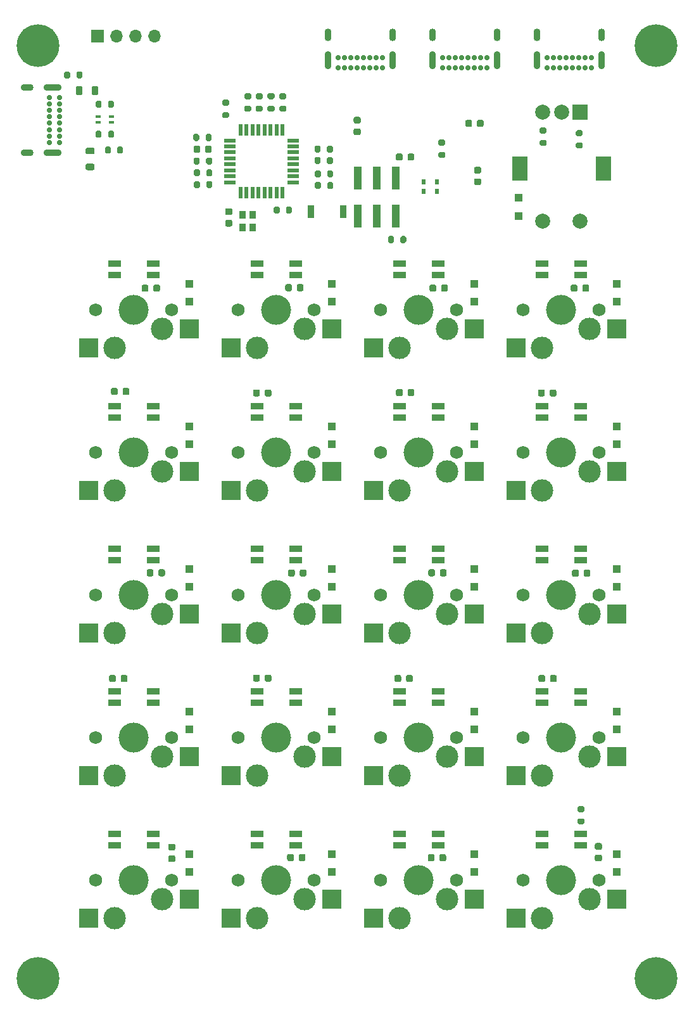
<source format=gbr>
%TF.GenerationSoftware,KiCad,Pcbnew,(5.1.8)-1*%
%TF.CreationDate,2021-08-19T19:14:59+10:00*%
%TF.ProjectId,Macropad,4d616372-6f70-4616-942e-6b696361645f,rev?*%
%TF.SameCoordinates,Original*%
%TF.FileFunction,Soldermask,Bot*%
%TF.FilePolarity,Negative*%
%FSLAX46Y46*%
G04 Gerber Fmt 4.6, Leading zero omitted, Abs format (unit mm)*
G04 Created by KiCad (PCBNEW (5.1.8)-1) date 2021-08-19 19:14:59*
%MOMM*%
%LPD*%
G01*
G04 APERTURE LIST*
%ADD10R,0.900000X1.700000*%
%ADD11R,1.800000X0.820000*%
%ADD12O,0.900000X1.700000*%
%ADD13O,0.900000X2.400000*%
%ADD14C,0.700000*%
%ADD15C,4.000000*%
%ADD16C,1.750000*%
%ADD17C,3.000000*%
%ADD18R,2.550000X2.500000*%
%ADD19R,1.000000X3.150000*%
%ADD20R,1.500000X0.550000*%
%ADD21R,0.550000X1.500000*%
%ADD22R,0.850000X1.000000*%
%ADD23R,0.750000X0.450000*%
%ADD24O,1.700000X0.900000*%
%ADD25O,2.400000X0.900000*%
%ADD26R,1.000000X1.000000*%
%ADD27R,0.600000X0.800000*%
%ADD28C,2.000000*%
%ADD29R,2.000000X3.200000*%
%ADD30R,2.000000X2.000000*%
%ADD31O,1.700000X1.700000*%
%ADD32R,1.700000X1.700000*%
%ADD33C,5.700000*%
G04 APERTURE END LIST*
D10*
%TO.C,SW22*%
X87668100Y-84858860D03*
X83350100Y-84848700D03*
%TD*%
D11*
%TO.C,D54*%
X114240000Y-93333000D03*
X114240000Y-91833000D03*
X119440000Y-91833000D03*
X119440000Y-93333000D03*
%TD*%
%TO.C,D53*%
X95190000Y-93333000D03*
X95190000Y-91833000D03*
X100390000Y-91833000D03*
X100390000Y-93333000D03*
%TD*%
%TO.C,D52*%
X76140000Y-93333000D03*
X76140000Y-91833000D03*
X81340000Y-91833000D03*
X81340000Y-93333000D03*
%TD*%
%TO.C,D51*%
X57090000Y-93333000D03*
X57090000Y-91833000D03*
X62290000Y-91833000D03*
X62290000Y-93333000D03*
%TD*%
%TO.C,D46*%
X114240000Y-169533000D03*
X114240000Y-168033000D03*
X119440000Y-168033000D03*
X119440000Y-169533000D03*
%TD*%
%TO.C,D45*%
X114240000Y-131433000D03*
X114240000Y-129933000D03*
X119440000Y-129933000D03*
X119440000Y-131433000D03*
%TD*%
%TO.C,D44*%
X119440000Y-148983000D03*
X119440000Y-150483000D03*
X114240000Y-150483000D03*
X114240000Y-148983000D03*
%TD*%
%TO.C,D43*%
X119440000Y-110883000D03*
X119440000Y-112383000D03*
X114240000Y-112383000D03*
X114240000Y-110883000D03*
%TD*%
%TO.C,D40*%
X95190000Y-169533000D03*
X95190000Y-168033000D03*
X100390000Y-168033000D03*
X100390000Y-169533000D03*
%TD*%
%TO.C,D39*%
X95190000Y-131433000D03*
X95190000Y-129933000D03*
X100390000Y-129933000D03*
X100390000Y-131433000D03*
%TD*%
%TO.C,D38*%
X100390000Y-148983000D03*
X100390000Y-150483000D03*
X95190000Y-150483000D03*
X95190000Y-148983000D03*
%TD*%
%TO.C,D37*%
X100390000Y-110883000D03*
X100390000Y-112383000D03*
X95190000Y-112383000D03*
X95190000Y-110883000D03*
%TD*%
%TO.C,D34*%
X76140000Y-169533000D03*
X76140000Y-168033000D03*
X81340000Y-168033000D03*
X81340000Y-169533000D03*
%TD*%
%TO.C,D33*%
X76140000Y-131433000D03*
X76140000Y-129933000D03*
X81340000Y-129933000D03*
X81340000Y-131433000D03*
%TD*%
%TO.C,D32*%
X81340000Y-148983000D03*
X81340000Y-150483000D03*
X76140000Y-150483000D03*
X76140000Y-148983000D03*
%TD*%
%TO.C,D31*%
X81340000Y-110883000D03*
X81340000Y-112383000D03*
X76140000Y-112383000D03*
X76140000Y-110883000D03*
%TD*%
%TO.C,D28*%
X57090000Y-169533000D03*
X57090000Y-168033000D03*
X62290000Y-168033000D03*
X62290000Y-169533000D03*
%TD*%
%TO.C,D27*%
X57090000Y-131433000D03*
X57090000Y-129933000D03*
X62290000Y-129933000D03*
X62290000Y-131433000D03*
%TD*%
%TO.C,D26*%
X62290000Y-148983000D03*
X62290000Y-150483000D03*
X57090000Y-150483000D03*
X57090000Y-148983000D03*
%TD*%
%TO.C,D25*%
X62290000Y-110883000D03*
X62290000Y-112383000D03*
X57090000Y-112383000D03*
X57090000Y-110883000D03*
%TD*%
D12*
%TO.C,J5*%
X99595900Y-61299000D03*
X108245900Y-61299000D03*
D13*
X99595900Y-64679000D03*
X108245900Y-64679000D03*
D14*
X103495900Y-64309000D03*
X100945900Y-64309000D03*
X101795900Y-64309000D03*
X102645900Y-64309000D03*
X106895900Y-64309000D03*
X105195900Y-64309000D03*
X104345900Y-64309000D03*
X106045900Y-64309000D03*
X100945900Y-65659000D03*
X101795900Y-65659000D03*
X102645900Y-65659000D03*
X103495900Y-65659000D03*
X104345900Y-65659000D03*
X105195900Y-65659000D03*
X106045900Y-65659000D03*
X106895900Y-65659000D03*
%TD*%
%TO.C,C20*%
G36*
G01*
X63201000Y-94873000D02*
X63201000Y-95373000D01*
G75*
G02*
X62976000Y-95598000I-225000J0D01*
G01*
X62526000Y-95598000D01*
G75*
G02*
X62301000Y-95373000I0J225000D01*
G01*
X62301000Y-94873000D01*
G75*
G02*
X62526000Y-94648000I225000J0D01*
G01*
X62976000Y-94648000D01*
G75*
G02*
X63201000Y-94873000I0J-225000D01*
G01*
G37*
G36*
G01*
X61651000Y-94873000D02*
X61651000Y-95373000D01*
G75*
G02*
X61426000Y-95598000I-225000J0D01*
G01*
X60976000Y-95598000D01*
G75*
G02*
X60751000Y-95373000I0J225000D01*
G01*
X60751000Y-94873000D01*
G75*
G02*
X60976000Y-94648000I225000J0D01*
G01*
X61426000Y-94648000D01*
G75*
G02*
X61651000Y-94873000I0J-225000D01*
G01*
G37*
%TD*%
%TO.C,FB3*%
G36*
G01*
X52825000Y-68325750D02*
X52825000Y-69088250D01*
G75*
G02*
X52606250Y-69307000I-218750J0D01*
G01*
X52168750Y-69307000D01*
G75*
G02*
X51950000Y-69088250I0J218750D01*
G01*
X51950000Y-68325750D01*
G75*
G02*
X52168750Y-68107000I218750J0D01*
G01*
X52606250Y-68107000D01*
G75*
G02*
X52825000Y-68325750I0J-218750D01*
G01*
G37*
G36*
G01*
X54950000Y-68325750D02*
X54950000Y-69088250D01*
G75*
G02*
X54731250Y-69307000I-218750J0D01*
G01*
X54293750Y-69307000D01*
G75*
G02*
X54075000Y-69088250I0J218750D01*
G01*
X54075000Y-68325750D01*
G75*
G02*
X54293750Y-68107000I218750J0D01*
G01*
X54731250Y-68107000D01*
G75*
G02*
X54950000Y-68325750I0J-218750D01*
G01*
G37*
%TD*%
D15*
%TO.C,SW12*%
X97790000Y-117094000D03*
D16*
X102870000Y-117094000D03*
X92710000Y-117094000D03*
D17*
X101600000Y-119634000D03*
X95250000Y-122174000D03*
D18*
X105200000Y-119634000D03*
X91775000Y-122174000D03*
%TD*%
D15*
%TO.C,SW7*%
X78740000Y-117094000D03*
D16*
X83820000Y-117094000D03*
X73660000Y-117094000D03*
D17*
X82550000Y-119634000D03*
X76200000Y-122174000D03*
D18*
X86150000Y-119634000D03*
X72725000Y-122174000D03*
%TD*%
D15*
%TO.C,SW17*%
X116840000Y-117094000D03*
D16*
X121920000Y-117094000D03*
X111760000Y-117094000D03*
D17*
X120650000Y-119634000D03*
X114300000Y-122174000D03*
D18*
X124250000Y-119634000D03*
X110825000Y-122174000D03*
%TD*%
D15*
%TO.C,SW2*%
X59690000Y-117094000D03*
D16*
X64770000Y-117094000D03*
X54610000Y-117094000D03*
D17*
X63500000Y-119634000D03*
X57150000Y-122174000D03*
D18*
X67100000Y-119634000D03*
X53675000Y-122174000D03*
%TD*%
D15*
%TO.C,SW16*%
X116840000Y-98044000D03*
D16*
X121920000Y-98044000D03*
X111760000Y-98044000D03*
D17*
X120650000Y-100584000D03*
X114300000Y-103124000D03*
D18*
X124250000Y-100584000D03*
X110825000Y-103124000D03*
%TD*%
D15*
%TO.C,SW18*%
X116840000Y-136144000D03*
D16*
X121920000Y-136144000D03*
X111760000Y-136144000D03*
D17*
X120650000Y-138684000D03*
X114300000Y-141224000D03*
D18*
X124250000Y-138684000D03*
X110825000Y-141224000D03*
%TD*%
D15*
%TO.C,SW8*%
X78740000Y-136144000D03*
D16*
X83820000Y-136144000D03*
X73660000Y-136144000D03*
D17*
X82550000Y-138684000D03*
X76200000Y-141224000D03*
D18*
X86150000Y-138684000D03*
X72725000Y-141224000D03*
%TD*%
D15*
%TO.C,SW11*%
X97790000Y-98044000D03*
D16*
X102870000Y-98044000D03*
X92710000Y-98044000D03*
D17*
X101600000Y-100584000D03*
X95250000Y-103124000D03*
D18*
X105200000Y-100584000D03*
X91775000Y-103124000D03*
%TD*%
D15*
%TO.C,SW6*%
X78740000Y-98044000D03*
D16*
X83820000Y-98044000D03*
X73660000Y-98044000D03*
D17*
X82550000Y-100584000D03*
X76200000Y-103124000D03*
D18*
X86150000Y-100584000D03*
X72725000Y-103124000D03*
%TD*%
D15*
%TO.C,SW13*%
X97790000Y-136144000D03*
D16*
X102870000Y-136144000D03*
X92710000Y-136144000D03*
D17*
X101600000Y-138684000D03*
X95250000Y-141224000D03*
D18*
X105200000Y-138684000D03*
X91775000Y-141224000D03*
%TD*%
D15*
%TO.C,SW3*%
X59690000Y-136144000D03*
D16*
X64770000Y-136144000D03*
X54610000Y-136144000D03*
D17*
X63500000Y-138684000D03*
X57150000Y-141224000D03*
D18*
X67100000Y-138684000D03*
X53675000Y-141224000D03*
%TD*%
D15*
%TO.C,SW1*%
X59690000Y-98044000D03*
D16*
X64770000Y-98044000D03*
X54610000Y-98044000D03*
D17*
X63500000Y-100584000D03*
X57150000Y-103124000D03*
D18*
X67100000Y-100584000D03*
X53675000Y-103124000D03*
%TD*%
D19*
%TO.C,J3*%
X89662000Y-80421000D03*
X89662000Y-85471000D03*
X92202000Y-80421000D03*
X92202000Y-85471000D03*
X94742000Y-80421000D03*
X94742000Y-85471000D03*
%TD*%
D20*
%TO.C,U4*%
X72571500Y-80968500D03*
X72571500Y-80168500D03*
X72571500Y-79368500D03*
X72571500Y-78568500D03*
X72571500Y-77768500D03*
X72571500Y-76968500D03*
X72571500Y-76168500D03*
X72571500Y-75368500D03*
D21*
X73971500Y-73968500D03*
X74771500Y-73968500D03*
X75571500Y-73968500D03*
X76371500Y-73968500D03*
X77171500Y-73968500D03*
X77971500Y-73968500D03*
X78771500Y-73968500D03*
X79571500Y-73968500D03*
D20*
X80971500Y-75368500D03*
X80971500Y-76168500D03*
X80971500Y-76968500D03*
X80971500Y-77768500D03*
X80971500Y-78568500D03*
X80971500Y-79368500D03*
X80971500Y-80168500D03*
X80971500Y-80968500D03*
D21*
X79571500Y-82368500D03*
X78771500Y-82368500D03*
X77971500Y-82368500D03*
X77171500Y-82368500D03*
X76371500Y-82368500D03*
X75571500Y-82368500D03*
X74771500Y-82368500D03*
X73971500Y-82368500D03*
%TD*%
%TO.C,R1*%
G36*
G01*
X68510600Y-77855400D02*
X68510600Y-78405400D01*
G75*
G02*
X68310600Y-78605400I-200000J0D01*
G01*
X67910600Y-78605400D01*
G75*
G02*
X67710600Y-78405400I0J200000D01*
G01*
X67710600Y-77855400D01*
G75*
G02*
X67910600Y-77655400I200000J0D01*
G01*
X68310600Y-77655400D01*
G75*
G02*
X68510600Y-77855400I0J-200000D01*
G01*
G37*
G36*
G01*
X70160600Y-77855400D02*
X70160600Y-78405400D01*
G75*
G02*
X69960600Y-78605400I-200000J0D01*
G01*
X69560600Y-78605400D01*
G75*
G02*
X69360600Y-78405400I0J200000D01*
G01*
X69360600Y-77855400D01*
G75*
G02*
X69560600Y-77655400I200000J0D01*
G01*
X69960600Y-77655400D01*
G75*
G02*
X70160600Y-77855400I0J-200000D01*
G01*
G37*
%TD*%
%TO.C,C44*%
G36*
G01*
X69222800Y-76805600D02*
X69222800Y-76305600D01*
G75*
G02*
X69447800Y-76080600I225000J0D01*
G01*
X69897800Y-76080600D01*
G75*
G02*
X70122800Y-76305600I0J-225000D01*
G01*
X70122800Y-76805600D01*
G75*
G02*
X69897800Y-77030600I-225000J0D01*
G01*
X69447800Y-77030600D01*
G75*
G02*
X69222800Y-76805600I0J225000D01*
G01*
G37*
G36*
G01*
X67672800Y-76805600D02*
X67672800Y-76305600D01*
G75*
G02*
X67897800Y-76080600I225000J0D01*
G01*
X68347800Y-76080600D01*
G75*
G02*
X68572800Y-76305600I0J-225000D01*
G01*
X68572800Y-76805600D01*
G75*
G02*
X68347800Y-77030600I-225000J0D01*
G01*
X67897800Y-77030600D01*
G75*
G02*
X67672800Y-76805600I0J225000D01*
G01*
G37*
%TD*%
%TO.C,C43*%
G36*
G01*
X99903400Y-170971400D02*
X99903400Y-171471400D01*
G75*
G02*
X99678400Y-171696400I-225000J0D01*
G01*
X99228400Y-171696400D01*
G75*
G02*
X99003400Y-171471400I0J225000D01*
G01*
X99003400Y-170971400D01*
G75*
G02*
X99228400Y-170746400I225000J0D01*
G01*
X99678400Y-170746400D01*
G75*
G02*
X99903400Y-170971400I0J-225000D01*
G01*
G37*
G36*
G01*
X101453400Y-170971400D02*
X101453400Y-171471400D01*
G75*
G02*
X101228400Y-171696400I-225000J0D01*
G01*
X100778400Y-171696400D01*
G75*
G02*
X100553400Y-171471400I0J225000D01*
G01*
X100553400Y-170971400D01*
G75*
G02*
X100778400Y-170746400I225000J0D01*
G01*
X101228400Y-170746400D01*
G75*
G02*
X101453400Y-170971400I0J-225000D01*
G01*
G37*
%TD*%
%TO.C,C42*%
G36*
G01*
X81094400Y-170946000D02*
X81094400Y-171446000D01*
G75*
G02*
X80869400Y-171671000I-225000J0D01*
G01*
X80419400Y-171671000D01*
G75*
G02*
X80194400Y-171446000I0J225000D01*
G01*
X80194400Y-170946000D01*
G75*
G02*
X80419400Y-170721000I225000J0D01*
G01*
X80869400Y-170721000D01*
G75*
G02*
X81094400Y-170946000I0J-225000D01*
G01*
G37*
G36*
G01*
X82644400Y-170946000D02*
X82644400Y-171446000D01*
G75*
G02*
X82419400Y-171671000I-225000J0D01*
G01*
X81969400Y-171671000D01*
G75*
G02*
X81744400Y-171446000I0J225000D01*
G01*
X81744400Y-170946000D01*
G75*
G02*
X81969400Y-170721000I225000J0D01*
G01*
X82419400Y-170721000D01*
G75*
G02*
X82644400Y-170946000I0J-225000D01*
G01*
G37*
%TD*%
%TO.C,C41*%
G36*
G01*
X121568400Y-170809800D02*
X122068400Y-170809800D01*
G75*
G02*
X122293400Y-171034800I0J-225000D01*
G01*
X122293400Y-171484800D01*
G75*
G02*
X122068400Y-171709800I-225000J0D01*
G01*
X121568400Y-171709800D01*
G75*
G02*
X121343400Y-171484800I0J225000D01*
G01*
X121343400Y-171034800D01*
G75*
G02*
X121568400Y-170809800I225000J0D01*
G01*
G37*
G36*
G01*
X121568400Y-169259800D02*
X122068400Y-169259800D01*
G75*
G02*
X122293400Y-169484800I0J-225000D01*
G01*
X122293400Y-169934800D01*
G75*
G02*
X122068400Y-170159800I-225000J0D01*
G01*
X121568400Y-170159800D01*
G75*
G02*
X121343400Y-169934800I0J225000D01*
G01*
X121343400Y-169484800D01*
G75*
G02*
X121568400Y-169259800I225000J0D01*
G01*
G37*
%TD*%
%TO.C,C40*%
G36*
G01*
X64520000Y-170899000D02*
X65020000Y-170899000D01*
G75*
G02*
X65245000Y-171124000I0J-225000D01*
G01*
X65245000Y-171574000D01*
G75*
G02*
X65020000Y-171799000I-225000J0D01*
G01*
X64520000Y-171799000D01*
G75*
G02*
X64295000Y-171574000I0J225000D01*
G01*
X64295000Y-171124000D01*
G75*
G02*
X64520000Y-170899000I225000J0D01*
G01*
G37*
G36*
G01*
X64520000Y-169349000D02*
X65020000Y-169349000D01*
G75*
G02*
X65245000Y-169574000I0J-225000D01*
G01*
X65245000Y-170024000D01*
G75*
G02*
X65020000Y-170249000I-225000J0D01*
G01*
X64520000Y-170249000D01*
G75*
G02*
X64295000Y-170024000I0J225000D01*
G01*
X64295000Y-169574000D01*
G75*
G02*
X64520000Y-169349000I225000J0D01*
G01*
G37*
%TD*%
D22*
%TO.C,X2*%
X75565000Y-86980500D03*
X75565000Y-85280500D03*
X74215000Y-85280500D03*
X74215000Y-86980500D03*
%TD*%
%TO.C,R29*%
G36*
G01*
X84692440Y-79562280D02*
X84692440Y-80112280D01*
G75*
G02*
X84492440Y-80312280I-200000J0D01*
G01*
X84092440Y-80312280D01*
G75*
G02*
X83892440Y-80112280I0J200000D01*
G01*
X83892440Y-79562280D01*
G75*
G02*
X84092440Y-79362280I200000J0D01*
G01*
X84492440Y-79362280D01*
G75*
G02*
X84692440Y-79562280I0J-200000D01*
G01*
G37*
G36*
G01*
X86342440Y-79562280D02*
X86342440Y-80112280D01*
G75*
G02*
X86142440Y-80312280I-200000J0D01*
G01*
X85742440Y-80312280D01*
G75*
G02*
X85542440Y-80112280I0J200000D01*
G01*
X85542440Y-79562280D01*
G75*
G02*
X85742440Y-79362280I200000J0D01*
G01*
X86142440Y-79362280D01*
G75*
G02*
X86342440Y-79562280I0J-200000D01*
G01*
G37*
%TD*%
%TO.C,R28*%
G36*
G01*
X86342440Y-81121840D02*
X86342440Y-81671840D01*
G75*
G02*
X86142440Y-81871840I-200000J0D01*
G01*
X85742440Y-81871840D01*
G75*
G02*
X85542440Y-81671840I0J200000D01*
G01*
X85542440Y-81121840D01*
G75*
G02*
X85742440Y-80921840I200000J0D01*
G01*
X86142440Y-80921840D01*
G75*
G02*
X86342440Y-81121840I0J-200000D01*
G01*
G37*
G36*
G01*
X84692440Y-81121840D02*
X84692440Y-81671840D01*
G75*
G02*
X84492440Y-81871840I-200000J0D01*
G01*
X84092440Y-81871840D01*
G75*
G02*
X83892440Y-81671840I0J200000D01*
G01*
X83892440Y-81121840D01*
G75*
G02*
X84092440Y-80921840I200000J0D01*
G01*
X84492440Y-80921840D01*
G75*
G02*
X84692440Y-81121840I0J-200000D01*
G01*
G37*
%TD*%
%TO.C,R27*%
G36*
G01*
X84664500Y-76242500D02*
X84664500Y-76792500D01*
G75*
G02*
X84464500Y-76992500I-200000J0D01*
G01*
X84064500Y-76992500D01*
G75*
G02*
X83864500Y-76792500I0J200000D01*
G01*
X83864500Y-76242500D01*
G75*
G02*
X84064500Y-76042500I200000J0D01*
G01*
X84464500Y-76042500D01*
G75*
G02*
X84664500Y-76242500I0J-200000D01*
G01*
G37*
G36*
G01*
X86314500Y-76242500D02*
X86314500Y-76792500D01*
G75*
G02*
X86114500Y-76992500I-200000J0D01*
G01*
X85714500Y-76992500D01*
G75*
G02*
X85514500Y-76792500I0J200000D01*
G01*
X85514500Y-76242500D01*
G75*
G02*
X85714500Y-76042500I200000J0D01*
G01*
X86114500Y-76042500D01*
G75*
G02*
X86314500Y-76242500I0J-200000D01*
G01*
G37*
%TD*%
%TO.C,R26*%
G36*
G01*
X84664500Y-77766500D02*
X84664500Y-78316500D01*
G75*
G02*
X84464500Y-78516500I-200000J0D01*
G01*
X84064500Y-78516500D01*
G75*
G02*
X83864500Y-78316500I0J200000D01*
G01*
X83864500Y-77766500D01*
G75*
G02*
X84064500Y-77566500I200000J0D01*
G01*
X84464500Y-77566500D01*
G75*
G02*
X84664500Y-77766500I0J-200000D01*
G01*
G37*
G36*
G01*
X86314500Y-77766500D02*
X86314500Y-78316500D01*
G75*
G02*
X86114500Y-78516500I-200000J0D01*
G01*
X85714500Y-78516500D01*
G75*
G02*
X85514500Y-78316500I0J200000D01*
G01*
X85514500Y-77766500D01*
G75*
G02*
X85714500Y-77566500I200000J0D01*
G01*
X86114500Y-77566500D01*
G75*
G02*
X86314500Y-77766500I0J-200000D01*
G01*
G37*
%TD*%
%TO.C,R25*%
G36*
G01*
X77766500Y-70719000D02*
X78316500Y-70719000D01*
G75*
G02*
X78516500Y-70919000I0J-200000D01*
G01*
X78516500Y-71319000D01*
G75*
G02*
X78316500Y-71519000I-200000J0D01*
G01*
X77766500Y-71519000D01*
G75*
G02*
X77566500Y-71319000I0J200000D01*
G01*
X77566500Y-70919000D01*
G75*
G02*
X77766500Y-70719000I200000J0D01*
G01*
G37*
G36*
G01*
X77766500Y-69069000D02*
X78316500Y-69069000D01*
G75*
G02*
X78516500Y-69269000I0J-200000D01*
G01*
X78516500Y-69669000D01*
G75*
G02*
X78316500Y-69869000I-200000J0D01*
G01*
X77766500Y-69869000D01*
G75*
G02*
X77566500Y-69669000I0J200000D01*
G01*
X77566500Y-69269000D01*
G75*
G02*
X77766500Y-69069000I200000J0D01*
G01*
G37*
%TD*%
%TO.C,R24*%
G36*
G01*
X79354000Y-70719000D02*
X79904000Y-70719000D01*
G75*
G02*
X80104000Y-70919000I0J-200000D01*
G01*
X80104000Y-71319000D01*
G75*
G02*
X79904000Y-71519000I-200000J0D01*
G01*
X79354000Y-71519000D01*
G75*
G02*
X79154000Y-71319000I0J200000D01*
G01*
X79154000Y-70919000D01*
G75*
G02*
X79354000Y-70719000I200000J0D01*
G01*
G37*
G36*
G01*
X79354000Y-69069000D02*
X79904000Y-69069000D01*
G75*
G02*
X80104000Y-69269000I0J-200000D01*
G01*
X80104000Y-69669000D01*
G75*
G02*
X79904000Y-69869000I-200000J0D01*
G01*
X79354000Y-69869000D01*
G75*
G02*
X79154000Y-69669000I0J200000D01*
G01*
X79154000Y-69269000D01*
G75*
G02*
X79354000Y-69069000I200000J0D01*
G01*
G37*
%TD*%
%TO.C,R23*%
G36*
G01*
X74655000Y-70719000D02*
X75205000Y-70719000D01*
G75*
G02*
X75405000Y-70919000I0J-200000D01*
G01*
X75405000Y-71319000D01*
G75*
G02*
X75205000Y-71519000I-200000J0D01*
G01*
X74655000Y-71519000D01*
G75*
G02*
X74455000Y-71319000I0J200000D01*
G01*
X74455000Y-70919000D01*
G75*
G02*
X74655000Y-70719000I200000J0D01*
G01*
G37*
G36*
G01*
X74655000Y-69069000D02*
X75205000Y-69069000D01*
G75*
G02*
X75405000Y-69269000I0J-200000D01*
G01*
X75405000Y-69669000D01*
G75*
G02*
X75205000Y-69869000I-200000J0D01*
G01*
X74655000Y-69869000D01*
G75*
G02*
X74455000Y-69669000I0J200000D01*
G01*
X74455000Y-69269000D01*
G75*
G02*
X74655000Y-69069000I200000J0D01*
G01*
G37*
%TD*%
%TO.C,R22*%
G36*
G01*
X76179000Y-70719000D02*
X76729000Y-70719000D01*
G75*
G02*
X76929000Y-70919000I0J-200000D01*
G01*
X76929000Y-71319000D01*
G75*
G02*
X76729000Y-71519000I-200000J0D01*
G01*
X76179000Y-71519000D01*
G75*
G02*
X75979000Y-71319000I0J200000D01*
G01*
X75979000Y-70919000D01*
G75*
G02*
X76179000Y-70719000I200000J0D01*
G01*
G37*
G36*
G01*
X76179000Y-69069000D02*
X76729000Y-69069000D01*
G75*
G02*
X76929000Y-69269000I0J-200000D01*
G01*
X76929000Y-69669000D01*
G75*
G02*
X76729000Y-69869000I-200000J0D01*
G01*
X76179000Y-69869000D01*
G75*
G02*
X75979000Y-69669000I0J200000D01*
G01*
X75979000Y-69269000D01*
G75*
G02*
X76179000Y-69069000I200000J0D01*
G01*
G37*
%TD*%
%TO.C,R13*%
G36*
G01*
X114702000Y-74466400D02*
X114152000Y-74466400D01*
G75*
G02*
X113952000Y-74266400I0J200000D01*
G01*
X113952000Y-73866400D01*
G75*
G02*
X114152000Y-73666400I200000J0D01*
G01*
X114702000Y-73666400D01*
G75*
G02*
X114902000Y-73866400I0J-200000D01*
G01*
X114902000Y-74266400D01*
G75*
G02*
X114702000Y-74466400I-200000J0D01*
G01*
G37*
G36*
G01*
X114702000Y-76116400D02*
X114152000Y-76116400D01*
G75*
G02*
X113952000Y-75916400I0J200000D01*
G01*
X113952000Y-75516400D01*
G75*
G02*
X114152000Y-75316400I200000J0D01*
G01*
X114702000Y-75316400D01*
G75*
G02*
X114902000Y-75516400I0J-200000D01*
G01*
X114902000Y-75916400D01*
G75*
G02*
X114702000Y-76116400I-200000J0D01*
G01*
G37*
%TD*%
%TO.C,R11*%
G36*
G01*
X72258600Y-70733600D02*
X71708600Y-70733600D01*
G75*
G02*
X71508600Y-70533600I0J200000D01*
G01*
X71508600Y-70133600D01*
G75*
G02*
X71708600Y-69933600I200000J0D01*
G01*
X72258600Y-69933600D01*
G75*
G02*
X72458600Y-70133600I0J-200000D01*
G01*
X72458600Y-70533600D01*
G75*
G02*
X72258600Y-70733600I-200000J0D01*
G01*
G37*
G36*
G01*
X72258600Y-72383600D02*
X71708600Y-72383600D01*
G75*
G02*
X71508600Y-72183600I0J200000D01*
G01*
X71508600Y-71783600D01*
G75*
G02*
X71708600Y-71583600I200000J0D01*
G01*
X72258600Y-71583600D01*
G75*
G02*
X72458600Y-71783600I0J-200000D01*
G01*
X72458600Y-72183600D01*
G75*
G02*
X72258600Y-72383600I-200000J0D01*
G01*
G37*
%TD*%
%TO.C,R10*%
G36*
G01*
X69297600Y-75255800D02*
X69297600Y-74705800D01*
G75*
G02*
X69497600Y-74505800I200000J0D01*
G01*
X69897600Y-74505800D01*
G75*
G02*
X70097600Y-74705800I0J-200000D01*
G01*
X70097600Y-75255800D01*
G75*
G02*
X69897600Y-75455800I-200000J0D01*
G01*
X69497600Y-75455800D01*
G75*
G02*
X69297600Y-75255800I0J200000D01*
G01*
G37*
G36*
G01*
X67647600Y-75255800D02*
X67647600Y-74705800D01*
G75*
G02*
X67847600Y-74505800I200000J0D01*
G01*
X68247600Y-74505800D01*
G75*
G02*
X68447600Y-74705800I0J-200000D01*
G01*
X68447600Y-75255800D01*
G75*
G02*
X68247600Y-75455800I-200000J0D01*
G01*
X67847600Y-75455800D01*
G75*
G02*
X67647600Y-75255800I0J200000D01*
G01*
G37*
%TD*%
%TO.C,R9*%
G36*
G01*
X80040800Y-84958600D02*
X80040800Y-84408600D01*
G75*
G02*
X80240800Y-84208600I200000J0D01*
G01*
X80640800Y-84208600D01*
G75*
G02*
X80840800Y-84408600I0J-200000D01*
G01*
X80840800Y-84958600D01*
G75*
G02*
X80640800Y-85158600I-200000J0D01*
G01*
X80240800Y-85158600D01*
G75*
G02*
X80040800Y-84958600I0J200000D01*
G01*
G37*
G36*
G01*
X78390800Y-84958600D02*
X78390800Y-84408600D01*
G75*
G02*
X78590800Y-84208600I200000J0D01*
G01*
X78990800Y-84208600D01*
G75*
G02*
X79190800Y-84408600I0J-200000D01*
G01*
X79190800Y-84958600D01*
G75*
G02*
X78990800Y-85158600I-200000J0D01*
G01*
X78590800Y-85158600D01*
G75*
G02*
X78390800Y-84958600I0J200000D01*
G01*
G37*
%TD*%
%TO.C,R8*%
G36*
G01*
X68535500Y-81005000D02*
X68535500Y-81555000D01*
G75*
G02*
X68335500Y-81755000I-200000J0D01*
G01*
X67935500Y-81755000D01*
G75*
G02*
X67735500Y-81555000I0J200000D01*
G01*
X67735500Y-81005000D01*
G75*
G02*
X67935500Y-80805000I200000J0D01*
G01*
X68335500Y-80805000D01*
G75*
G02*
X68535500Y-81005000I0J-200000D01*
G01*
G37*
G36*
G01*
X70185500Y-81005000D02*
X70185500Y-81555000D01*
G75*
G02*
X69985500Y-81755000I-200000J0D01*
G01*
X69585500Y-81755000D01*
G75*
G02*
X69385500Y-81555000I0J200000D01*
G01*
X69385500Y-81005000D01*
G75*
G02*
X69585500Y-80805000I200000J0D01*
G01*
X69985500Y-80805000D01*
G75*
G02*
X70185500Y-81005000I0J-200000D01*
G01*
G37*
%TD*%
%TO.C,R7*%
G36*
G01*
X68536500Y-79417500D02*
X68536500Y-79967500D01*
G75*
G02*
X68336500Y-80167500I-200000J0D01*
G01*
X67936500Y-80167500D01*
G75*
G02*
X67736500Y-79967500I0J200000D01*
G01*
X67736500Y-79417500D01*
G75*
G02*
X67936500Y-79217500I200000J0D01*
G01*
X68336500Y-79217500D01*
G75*
G02*
X68536500Y-79417500I0J-200000D01*
G01*
G37*
G36*
G01*
X70186500Y-79417500D02*
X70186500Y-79967500D01*
G75*
G02*
X69986500Y-80167500I-200000J0D01*
G01*
X69586500Y-80167500D01*
G75*
G02*
X69386500Y-79967500I0J200000D01*
G01*
X69386500Y-79417500D01*
G75*
G02*
X69586500Y-79217500I200000J0D01*
G01*
X69986500Y-79217500D01*
G75*
G02*
X70186500Y-79417500I0J-200000D01*
G01*
G37*
%TD*%
%TO.C,R6*%
G36*
G01*
X55391500Y-74274000D02*
X55391500Y-74824000D01*
G75*
G02*
X55191500Y-75024000I-200000J0D01*
G01*
X54791500Y-75024000D01*
G75*
G02*
X54591500Y-74824000I0J200000D01*
G01*
X54591500Y-74274000D01*
G75*
G02*
X54791500Y-74074000I200000J0D01*
G01*
X55191500Y-74074000D01*
G75*
G02*
X55391500Y-74274000I0J-200000D01*
G01*
G37*
G36*
G01*
X57041500Y-74274000D02*
X57041500Y-74824000D01*
G75*
G02*
X56841500Y-75024000I-200000J0D01*
G01*
X56441500Y-75024000D01*
G75*
G02*
X56241500Y-74824000I0J200000D01*
G01*
X56241500Y-74274000D01*
G75*
G02*
X56441500Y-74074000I200000J0D01*
G01*
X56841500Y-74074000D01*
G75*
G02*
X57041500Y-74274000I0J-200000D01*
G01*
G37*
%TD*%
%TO.C,R5*%
G36*
G01*
X55391000Y-70273500D02*
X55391000Y-70823500D01*
G75*
G02*
X55191000Y-71023500I-200000J0D01*
G01*
X54791000Y-71023500D01*
G75*
G02*
X54591000Y-70823500I0J200000D01*
G01*
X54591000Y-70273500D01*
G75*
G02*
X54791000Y-70073500I200000J0D01*
G01*
X55191000Y-70073500D01*
G75*
G02*
X55391000Y-70273500I0J-200000D01*
G01*
G37*
G36*
G01*
X57041000Y-70273500D02*
X57041000Y-70823500D01*
G75*
G02*
X56841000Y-71023500I-200000J0D01*
G01*
X56441000Y-71023500D01*
G75*
G02*
X56241000Y-70823500I0J200000D01*
G01*
X56241000Y-70273500D01*
G75*
G02*
X56441000Y-70073500I200000J0D01*
G01*
X56841000Y-70073500D01*
G75*
G02*
X57041000Y-70273500I0J-200000D01*
G01*
G37*
%TD*%
%TO.C,R4*%
G36*
G01*
X56615280Y-76387280D02*
X56615280Y-76937280D01*
G75*
G02*
X56415280Y-77137280I-200000J0D01*
G01*
X56015280Y-77137280D01*
G75*
G02*
X55815280Y-76937280I0J200000D01*
G01*
X55815280Y-76387280D01*
G75*
G02*
X56015280Y-76187280I200000J0D01*
G01*
X56415280Y-76187280D01*
G75*
G02*
X56615280Y-76387280I0J-200000D01*
G01*
G37*
G36*
G01*
X58265280Y-76387280D02*
X58265280Y-76937280D01*
G75*
G02*
X58065280Y-77137280I-200000J0D01*
G01*
X57665280Y-77137280D01*
G75*
G02*
X57465280Y-76937280I0J200000D01*
G01*
X57465280Y-76387280D01*
G75*
G02*
X57665280Y-76187280I200000J0D01*
G01*
X58065280Y-76187280D01*
G75*
G02*
X58265280Y-76387280I0J-200000D01*
G01*
G37*
%TD*%
%TO.C,R3*%
G36*
G01*
X51161900Y-66349200D02*
X51161900Y-66899200D01*
G75*
G02*
X50961900Y-67099200I-200000J0D01*
G01*
X50561900Y-67099200D01*
G75*
G02*
X50361900Y-66899200I0J200000D01*
G01*
X50361900Y-66349200D01*
G75*
G02*
X50561900Y-66149200I200000J0D01*
G01*
X50961900Y-66149200D01*
G75*
G02*
X51161900Y-66349200I0J-200000D01*
G01*
G37*
G36*
G01*
X52811900Y-66349200D02*
X52811900Y-66899200D01*
G75*
G02*
X52611900Y-67099200I-200000J0D01*
G01*
X52211900Y-67099200D01*
G75*
G02*
X52011900Y-66899200I0J200000D01*
G01*
X52011900Y-66349200D01*
G75*
G02*
X52211900Y-66149200I200000J0D01*
G01*
X52611900Y-66149200D01*
G75*
G02*
X52811900Y-66349200I0J-200000D01*
G01*
G37*
%TD*%
D23*
%TO.C,L1*%
X54891500Y-72180500D03*
X54891500Y-72980500D03*
X56741500Y-72980500D03*
X56741500Y-72180500D03*
%TD*%
D12*
%TO.C,J6*%
X113565900Y-61299000D03*
X122215900Y-61299000D03*
D13*
X113565900Y-64679000D03*
X122215900Y-64679000D03*
D14*
X117465900Y-64309000D03*
X114915900Y-64309000D03*
X115765900Y-64309000D03*
X116615900Y-64309000D03*
X120865900Y-64309000D03*
X119165900Y-64309000D03*
X118315900Y-64309000D03*
X120015900Y-64309000D03*
X114915900Y-65659000D03*
X115765900Y-65659000D03*
X116615900Y-65659000D03*
X117465900Y-65659000D03*
X118315900Y-65659000D03*
X119165900Y-65659000D03*
X120015900Y-65659000D03*
X120865900Y-65659000D03*
%TD*%
D12*
%TO.C,J4*%
X85625900Y-61299000D03*
X94275900Y-61299000D03*
D13*
X85625900Y-64679000D03*
X94275900Y-64679000D03*
D14*
X89525900Y-64309000D03*
X86975900Y-64309000D03*
X87825900Y-64309000D03*
X88675900Y-64309000D03*
X92925900Y-64309000D03*
X91225900Y-64309000D03*
X90375900Y-64309000D03*
X92075900Y-64309000D03*
X86975900Y-65659000D03*
X87825900Y-65659000D03*
X88675900Y-65659000D03*
X89525900Y-65659000D03*
X90375900Y-65659000D03*
X91225900Y-65659000D03*
X92075900Y-65659000D03*
X92925900Y-65659000D03*
%TD*%
D24*
%TO.C,J1*%
X45424000Y-68328500D03*
X45424000Y-76978500D03*
D25*
X48804000Y-68328500D03*
X48804000Y-76978500D03*
D14*
X48434000Y-72228500D03*
X48434000Y-69678500D03*
X48434000Y-70528500D03*
X48434000Y-71378500D03*
X48434000Y-75628500D03*
X48434000Y-73928500D03*
X48434000Y-73078500D03*
X48434000Y-74778500D03*
X49784000Y-69678500D03*
X49784000Y-70528500D03*
X49784000Y-71378500D03*
X49784000Y-72228500D03*
X49784000Y-73078500D03*
X49784000Y-73928500D03*
X49784000Y-74778500D03*
X49784000Y-75628500D03*
%TD*%
%TO.C,FB1*%
G36*
G01*
X54216550Y-77221700D02*
X53454050Y-77221700D01*
G75*
G02*
X53235300Y-77002950I0J218750D01*
G01*
X53235300Y-76565450D01*
G75*
G02*
X53454050Y-76346700I218750J0D01*
G01*
X54216550Y-76346700D01*
G75*
G02*
X54435300Y-76565450I0J-218750D01*
G01*
X54435300Y-77002950D01*
G75*
G02*
X54216550Y-77221700I-218750J0D01*
G01*
G37*
G36*
G01*
X54216550Y-79346700D02*
X53454050Y-79346700D01*
G75*
G02*
X53235300Y-79127950I0J218750D01*
G01*
X53235300Y-78690450D01*
G75*
G02*
X53454050Y-78471700I218750J0D01*
G01*
X54216550Y-78471700D01*
G75*
G02*
X54435300Y-78690450I0J-218750D01*
G01*
X54435300Y-79127950D01*
G75*
G02*
X54216550Y-79346700I-218750J0D01*
G01*
G37*
%TD*%
D26*
%TO.C,D22*%
X111125000Y-83058000D03*
X111125000Y-85458000D03*
%TD*%
%TO.C,D21*%
X124240000Y-170744000D03*
X124240000Y-173144000D03*
%TD*%
%TO.C,D20*%
X124240000Y-151694000D03*
X124240000Y-154094000D03*
%TD*%
%TO.C,D19*%
X124240000Y-132644000D03*
X124240000Y-135044000D03*
%TD*%
%TO.C,D18*%
X124240000Y-113594000D03*
X124240000Y-115994000D03*
%TD*%
%TO.C,D17*%
X124240000Y-94544000D03*
X124240000Y-96944000D03*
%TD*%
%TO.C,D16*%
X105190000Y-170744000D03*
X105190000Y-173144000D03*
%TD*%
%TO.C,D15*%
X105190000Y-151694000D03*
X105190000Y-154094000D03*
%TD*%
%TO.C,D14*%
X105190000Y-132644000D03*
X105190000Y-135044000D03*
%TD*%
%TO.C,D13*%
X105190000Y-113594000D03*
X105190000Y-115994000D03*
%TD*%
%TO.C,D12*%
X105190000Y-94544000D03*
X105190000Y-96944000D03*
%TD*%
%TO.C,D11*%
X86140000Y-170744000D03*
X86140000Y-173144000D03*
%TD*%
%TO.C,D10*%
X86140000Y-151694000D03*
X86140000Y-154094000D03*
%TD*%
%TO.C,D9*%
X86140000Y-132644000D03*
X86140000Y-135044000D03*
%TD*%
%TO.C,D8*%
X86140000Y-113594000D03*
X86140000Y-115994000D03*
%TD*%
%TO.C,D7*%
X86140000Y-94544000D03*
X86140000Y-96944000D03*
%TD*%
%TO.C,D6*%
X67090000Y-170744000D03*
X67090000Y-173144000D03*
%TD*%
%TO.C,D5*%
X67090000Y-154094000D03*
X67090000Y-151694000D03*
%TD*%
%TO.C,D4*%
X67090000Y-132644000D03*
X67090000Y-135044000D03*
%TD*%
%TO.C,D3*%
X67090000Y-113594000D03*
X67090000Y-115994000D03*
%TD*%
%TO.C,D2*%
X67090000Y-94544000D03*
X67090000Y-96944000D03*
%TD*%
D27*
%TO.C,X1*%
X100235160Y-80939640D03*
X98435160Y-80939640D03*
X98435160Y-82139640D03*
X100235160Y-82139640D03*
%TD*%
D28*
%TO.C,SW21*%
X114380000Y-86128000D03*
X119380000Y-86128000D03*
D29*
X111280000Y-79128000D03*
X122480000Y-79128000D03*
D28*
X114380000Y-71628000D03*
X116880000Y-71628000D03*
D30*
X119380000Y-71628000D03*
%TD*%
D15*
%TO.C,SW20*%
X116840000Y-174244000D03*
D16*
X121920000Y-174244000D03*
X111760000Y-174244000D03*
D17*
X120650000Y-176784000D03*
X114300000Y-179324000D03*
D18*
X124250000Y-176784000D03*
X110825000Y-179324000D03*
%TD*%
D15*
%TO.C,SW19*%
X116840000Y-155194000D03*
D16*
X121920000Y-155194000D03*
X111760000Y-155194000D03*
D17*
X120650000Y-157734000D03*
X114300000Y-160274000D03*
D18*
X124250000Y-157734000D03*
X110825000Y-160274000D03*
%TD*%
D15*
%TO.C,SW15*%
X97790000Y-174244000D03*
D16*
X102870000Y-174244000D03*
X92710000Y-174244000D03*
D17*
X101600000Y-176784000D03*
X95250000Y-179324000D03*
D18*
X105200000Y-176784000D03*
X91775000Y-179324000D03*
%TD*%
D15*
%TO.C,SW14*%
X97790000Y-155194000D03*
D16*
X102870000Y-155194000D03*
X92710000Y-155194000D03*
D17*
X101600000Y-157734000D03*
X95250000Y-160274000D03*
D18*
X105200000Y-157734000D03*
X91775000Y-160274000D03*
%TD*%
D15*
%TO.C,SW10*%
X78740000Y-174244000D03*
D16*
X83820000Y-174244000D03*
X73660000Y-174244000D03*
D17*
X82550000Y-176784000D03*
X76200000Y-179324000D03*
D18*
X86150000Y-176784000D03*
X72725000Y-179324000D03*
%TD*%
D15*
%TO.C,SW9*%
X78740000Y-155194000D03*
D16*
X83820000Y-155194000D03*
X73660000Y-155194000D03*
D17*
X82550000Y-157734000D03*
X76200000Y-160274000D03*
D18*
X86150000Y-157734000D03*
X72725000Y-160274000D03*
%TD*%
D15*
%TO.C,SW5*%
X59690000Y-174244000D03*
D16*
X64770000Y-174244000D03*
X54610000Y-174244000D03*
D17*
X63500000Y-176784000D03*
X57150000Y-179324000D03*
D18*
X67100000Y-176784000D03*
X53675000Y-179324000D03*
%TD*%
%TO.C,SW4*%
X53675000Y-160274000D03*
X67100000Y-157734000D03*
D17*
X57150000Y-160274000D03*
X63500000Y-157734000D03*
D16*
X54610000Y-155194000D03*
X64770000Y-155194000D03*
D15*
X59690000Y-155194000D03*
%TD*%
%TO.C,R19*%
G36*
G01*
X100613800Y-76916600D02*
X101163800Y-76916600D01*
G75*
G02*
X101363800Y-77116600I0J-200000D01*
G01*
X101363800Y-77516600D01*
G75*
G02*
X101163800Y-77716600I-200000J0D01*
G01*
X100613800Y-77716600D01*
G75*
G02*
X100413800Y-77516600I0J200000D01*
G01*
X100413800Y-77116600D01*
G75*
G02*
X100613800Y-76916600I200000J0D01*
G01*
G37*
G36*
G01*
X100613800Y-75266600D02*
X101163800Y-75266600D01*
G75*
G02*
X101363800Y-75466600I0J-200000D01*
G01*
X101363800Y-75866600D01*
G75*
G02*
X101163800Y-76066600I-200000J0D01*
G01*
X100613800Y-76066600D01*
G75*
G02*
X100413800Y-75866600I0J200000D01*
G01*
X100413800Y-75466600D01*
G75*
G02*
X100613800Y-75266600I200000J0D01*
G01*
G37*
%TD*%
%TO.C,R18*%
G36*
G01*
X94481600Y-88345600D02*
X94481600Y-88895600D01*
G75*
G02*
X94281600Y-89095600I-200000J0D01*
G01*
X93881600Y-89095600D01*
G75*
G02*
X93681600Y-88895600I0J200000D01*
G01*
X93681600Y-88345600D01*
G75*
G02*
X93881600Y-88145600I200000J0D01*
G01*
X94281600Y-88145600D01*
G75*
G02*
X94481600Y-88345600I0J-200000D01*
G01*
G37*
G36*
G01*
X96131600Y-88345600D02*
X96131600Y-88895600D01*
G75*
G02*
X95931600Y-89095600I-200000J0D01*
G01*
X95531600Y-89095600D01*
G75*
G02*
X95331600Y-88895600I0J200000D01*
G01*
X95331600Y-88345600D01*
G75*
G02*
X95531600Y-88145600I200000J0D01*
G01*
X95931600Y-88145600D01*
G75*
G02*
X96131600Y-88345600I0J-200000D01*
G01*
G37*
%TD*%
%TO.C,R15*%
G36*
G01*
X119206600Y-164320000D02*
X119756600Y-164320000D01*
G75*
G02*
X119956600Y-164520000I0J-200000D01*
G01*
X119956600Y-164920000D01*
G75*
G02*
X119756600Y-165120000I-200000J0D01*
G01*
X119206600Y-165120000D01*
G75*
G02*
X119006600Y-164920000I0J200000D01*
G01*
X119006600Y-164520000D01*
G75*
G02*
X119206600Y-164320000I200000J0D01*
G01*
G37*
G36*
G01*
X119206600Y-165970000D02*
X119756600Y-165970000D01*
G75*
G02*
X119956600Y-166170000I0J-200000D01*
G01*
X119956600Y-166570000D01*
G75*
G02*
X119756600Y-166770000I-200000J0D01*
G01*
X119206600Y-166770000D01*
G75*
G02*
X119006600Y-166570000I0J200000D01*
G01*
X119006600Y-166170000D01*
G75*
G02*
X119206600Y-165970000I200000J0D01*
G01*
G37*
%TD*%
%TO.C,R14*%
G36*
G01*
X119528000Y-74809800D02*
X118978000Y-74809800D01*
G75*
G02*
X118778000Y-74609800I0J200000D01*
G01*
X118778000Y-74209800D01*
G75*
G02*
X118978000Y-74009800I200000J0D01*
G01*
X119528000Y-74009800D01*
G75*
G02*
X119728000Y-74209800I0J-200000D01*
G01*
X119728000Y-74609800D01*
G75*
G02*
X119528000Y-74809800I-200000J0D01*
G01*
G37*
G36*
G01*
X119528000Y-76459800D02*
X118978000Y-76459800D01*
G75*
G02*
X118778000Y-76259800I0J200000D01*
G01*
X118778000Y-75859800D01*
G75*
G02*
X118978000Y-75659800I200000J0D01*
G01*
X119528000Y-75659800D01*
G75*
G02*
X119728000Y-75859800I0J-200000D01*
G01*
X119728000Y-76259800D01*
G75*
G02*
X119528000Y-76459800I-200000J0D01*
G01*
G37*
%TD*%
D31*
%TO.C,J2*%
X62471300Y-61455300D03*
X59931300Y-61455300D03*
X57391300Y-61455300D03*
D32*
X54851300Y-61455300D03*
%TD*%
D33*
%TO.C,H4*%
X46863000Y-187325000D03*
%TD*%
%TO.C,H3*%
X129540000Y-187325000D03*
%TD*%
%TO.C,H2*%
X46863000Y-62738000D03*
%TD*%
%TO.C,H1*%
X129540000Y-62738000D03*
%TD*%
%TO.C,C36*%
G36*
G01*
X89810400Y-73118800D02*
X89310400Y-73118800D01*
G75*
G02*
X89085400Y-72893800I0J225000D01*
G01*
X89085400Y-72443800D01*
G75*
G02*
X89310400Y-72218800I225000J0D01*
G01*
X89810400Y-72218800D01*
G75*
G02*
X90035400Y-72443800I0J-225000D01*
G01*
X90035400Y-72893800D01*
G75*
G02*
X89810400Y-73118800I-225000J0D01*
G01*
G37*
G36*
G01*
X89810400Y-74668800D02*
X89310400Y-74668800D01*
G75*
G02*
X89085400Y-74443800I0J225000D01*
G01*
X89085400Y-73993800D01*
G75*
G02*
X89310400Y-73768800I225000J0D01*
G01*
X89810400Y-73768800D01*
G75*
G02*
X90035400Y-73993800I0J-225000D01*
G01*
X90035400Y-74443800D01*
G75*
G02*
X89810400Y-74668800I-225000J0D01*
G01*
G37*
%TD*%
%TO.C,C35*%
G36*
G01*
X105914000Y-81349000D02*
X105414000Y-81349000D01*
G75*
G02*
X105189000Y-81124000I0J225000D01*
G01*
X105189000Y-80674000D01*
G75*
G02*
X105414000Y-80449000I225000J0D01*
G01*
X105914000Y-80449000D01*
G75*
G02*
X106139000Y-80674000I0J-225000D01*
G01*
X106139000Y-81124000D01*
G75*
G02*
X105914000Y-81349000I-225000J0D01*
G01*
G37*
G36*
G01*
X105914000Y-79799000D02*
X105414000Y-79799000D01*
G75*
G02*
X105189000Y-79574000I0J225000D01*
G01*
X105189000Y-79124000D01*
G75*
G02*
X105414000Y-78899000I225000J0D01*
G01*
X105914000Y-78899000D01*
G75*
G02*
X106139000Y-79124000I0J-225000D01*
G01*
X106139000Y-79574000D01*
G75*
G02*
X105914000Y-79799000I-225000J0D01*
G01*
G37*
%TD*%
%TO.C,C34*%
G36*
G01*
X105569600Y-73351200D02*
X105569600Y-72851200D01*
G75*
G02*
X105794600Y-72626200I225000J0D01*
G01*
X106244600Y-72626200D01*
G75*
G02*
X106469600Y-72851200I0J-225000D01*
G01*
X106469600Y-73351200D01*
G75*
G02*
X106244600Y-73576200I-225000J0D01*
G01*
X105794600Y-73576200D01*
G75*
G02*
X105569600Y-73351200I0J225000D01*
G01*
G37*
G36*
G01*
X104019600Y-73351200D02*
X104019600Y-72851200D01*
G75*
G02*
X104244600Y-72626200I225000J0D01*
G01*
X104694600Y-72626200D01*
G75*
G02*
X104919600Y-72851200I0J-225000D01*
G01*
X104919600Y-73351200D01*
G75*
G02*
X104694600Y-73576200I-225000J0D01*
G01*
X104244600Y-73576200D01*
G75*
G02*
X104019600Y-73351200I0J225000D01*
G01*
G37*
%TD*%
%TO.C,C33*%
G36*
G01*
X96286500Y-77847000D02*
X96286500Y-77347000D01*
G75*
G02*
X96511500Y-77122000I225000J0D01*
G01*
X96961500Y-77122000D01*
G75*
G02*
X97186500Y-77347000I0J-225000D01*
G01*
X97186500Y-77847000D01*
G75*
G02*
X96961500Y-78072000I-225000J0D01*
G01*
X96511500Y-78072000D01*
G75*
G02*
X96286500Y-77847000I0J225000D01*
G01*
G37*
G36*
G01*
X94736500Y-77847000D02*
X94736500Y-77347000D01*
G75*
G02*
X94961500Y-77122000I225000J0D01*
G01*
X95411500Y-77122000D01*
G75*
G02*
X95636500Y-77347000I0J-225000D01*
G01*
X95636500Y-77847000D01*
G75*
G02*
X95411500Y-78072000I-225000J0D01*
G01*
X94961500Y-78072000D01*
G75*
G02*
X94736500Y-77847000I0J225000D01*
G01*
G37*
%TD*%
%TO.C,C32*%
G36*
G01*
X72640000Y-85336200D02*
X72140000Y-85336200D01*
G75*
G02*
X71915000Y-85111200I0J225000D01*
G01*
X71915000Y-84661200D01*
G75*
G02*
X72140000Y-84436200I225000J0D01*
G01*
X72640000Y-84436200D01*
G75*
G02*
X72865000Y-84661200I0J-225000D01*
G01*
X72865000Y-85111200D01*
G75*
G02*
X72640000Y-85336200I-225000J0D01*
G01*
G37*
G36*
G01*
X72640000Y-86886200D02*
X72140000Y-86886200D01*
G75*
G02*
X71915000Y-86661200I0J225000D01*
G01*
X71915000Y-86211200D01*
G75*
G02*
X72140000Y-85986200I225000J0D01*
G01*
X72640000Y-85986200D01*
G75*
G02*
X72865000Y-86211200I0J-225000D01*
G01*
X72865000Y-86661200D01*
G75*
G02*
X72640000Y-86886200I-225000J0D01*
G01*
G37*
%TD*%
%TO.C,C29*%
G36*
G01*
X75648400Y-147468400D02*
X75648400Y-146968400D01*
G75*
G02*
X75873400Y-146743400I225000J0D01*
G01*
X76323400Y-146743400D01*
G75*
G02*
X76548400Y-146968400I0J-225000D01*
G01*
X76548400Y-147468400D01*
G75*
G02*
X76323400Y-147693400I-225000J0D01*
G01*
X75873400Y-147693400D01*
G75*
G02*
X75648400Y-147468400I0J225000D01*
G01*
G37*
G36*
G01*
X77198400Y-147468400D02*
X77198400Y-146968400D01*
G75*
G02*
X77423400Y-146743400I225000J0D01*
G01*
X77873400Y-146743400D01*
G75*
G02*
X78098400Y-146968400I0J-225000D01*
G01*
X78098400Y-147468400D01*
G75*
G02*
X77873400Y-147693400I-225000J0D01*
G01*
X77423400Y-147693400D01*
G75*
G02*
X77198400Y-147468400I0J225000D01*
G01*
G37*
%TD*%
%TO.C,C27*%
G36*
G01*
X75648400Y-109368400D02*
X75648400Y-108868400D01*
G75*
G02*
X75873400Y-108643400I225000J0D01*
G01*
X76323400Y-108643400D01*
G75*
G02*
X76548400Y-108868400I0J-225000D01*
G01*
X76548400Y-109368400D01*
G75*
G02*
X76323400Y-109593400I-225000J0D01*
G01*
X75873400Y-109593400D01*
G75*
G02*
X75648400Y-109368400I0J225000D01*
G01*
G37*
G36*
G01*
X77198400Y-109368400D02*
X77198400Y-108868400D01*
G75*
G02*
X77423400Y-108643400I225000J0D01*
G01*
X77873400Y-108643400D01*
G75*
G02*
X78098400Y-108868400I0J-225000D01*
G01*
X78098400Y-109368400D01*
G75*
G02*
X77873400Y-109593400I-225000J0D01*
G01*
X77423400Y-109593400D01*
G75*
G02*
X77198400Y-109368400I0J225000D01*
G01*
G37*
%TD*%
%TO.C,C26*%
G36*
G01*
X120744700Y-132947600D02*
X120744700Y-133447600D01*
G75*
G02*
X120519700Y-133672600I-225000J0D01*
G01*
X120069700Y-133672600D01*
G75*
G02*
X119844700Y-133447600I0J225000D01*
G01*
X119844700Y-132947600D01*
G75*
G02*
X120069700Y-132722600I225000J0D01*
G01*
X120519700Y-132722600D01*
G75*
G02*
X120744700Y-132947600I0J-225000D01*
G01*
G37*
G36*
G01*
X119194700Y-132947600D02*
X119194700Y-133447600D01*
G75*
G02*
X118969700Y-133672600I-225000J0D01*
G01*
X118519700Y-133672600D01*
G75*
G02*
X118294700Y-133447600I0J225000D01*
G01*
X118294700Y-132947600D01*
G75*
G02*
X118519700Y-132722600I225000J0D01*
G01*
X118969700Y-132722600D01*
G75*
G02*
X119194700Y-132947600I0J-225000D01*
G01*
G37*
%TD*%
%TO.C,C24*%
G36*
G01*
X63873800Y-132896800D02*
X63873800Y-133396800D01*
G75*
G02*
X63648800Y-133621800I-225000J0D01*
G01*
X63198800Y-133621800D01*
G75*
G02*
X62973800Y-133396800I0J225000D01*
G01*
X62973800Y-132896800D01*
G75*
G02*
X63198800Y-132671800I225000J0D01*
G01*
X63648800Y-132671800D01*
G75*
G02*
X63873800Y-132896800I0J-225000D01*
G01*
G37*
G36*
G01*
X62323800Y-132896800D02*
X62323800Y-133396800D01*
G75*
G02*
X62098800Y-133621800I-225000J0D01*
G01*
X61648800Y-133621800D01*
G75*
G02*
X61423800Y-133396800I0J225000D01*
G01*
X61423800Y-132896800D01*
G75*
G02*
X61648800Y-132671800I225000J0D01*
G01*
X62098800Y-132671800D01*
G75*
G02*
X62323800Y-132896800I0J-225000D01*
G01*
G37*
%TD*%
%TO.C,C22*%
G36*
G01*
X82771400Y-132922200D02*
X82771400Y-133422200D01*
G75*
G02*
X82546400Y-133647200I-225000J0D01*
G01*
X82096400Y-133647200D01*
G75*
G02*
X81871400Y-133422200I0J225000D01*
G01*
X81871400Y-132922200D01*
G75*
G02*
X82096400Y-132697200I225000J0D01*
G01*
X82546400Y-132697200D01*
G75*
G02*
X82771400Y-132922200I0J-225000D01*
G01*
G37*
G36*
G01*
X81221400Y-132922200D02*
X81221400Y-133422200D01*
G75*
G02*
X80996400Y-133647200I-225000J0D01*
G01*
X80546400Y-133647200D01*
G75*
G02*
X80321400Y-133422200I0J225000D01*
G01*
X80321400Y-132922200D01*
G75*
G02*
X80546400Y-132697200I225000J0D01*
G01*
X80996400Y-132697200D01*
G75*
G02*
X81221400Y-132922200I0J-225000D01*
G01*
G37*
%TD*%
%TO.C,C19*%
G36*
G01*
X113748400Y-109368400D02*
X113748400Y-108868400D01*
G75*
G02*
X113973400Y-108643400I225000J0D01*
G01*
X114423400Y-108643400D01*
G75*
G02*
X114648400Y-108868400I0J-225000D01*
G01*
X114648400Y-109368400D01*
G75*
G02*
X114423400Y-109593400I-225000J0D01*
G01*
X113973400Y-109593400D01*
G75*
G02*
X113748400Y-109368400I0J225000D01*
G01*
G37*
G36*
G01*
X115298400Y-109368400D02*
X115298400Y-108868400D01*
G75*
G02*
X115523400Y-108643400I225000J0D01*
G01*
X115973400Y-108643400D01*
G75*
G02*
X116198400Y-108868400I0J-225000D01*
G01*
X116198400Y-109368400D01*
G75*
G02*
X115973400Y-109593400I-225000J0D01*
G01*
X115523400Y-109593400D01*
G75*
G02*
X115298400Y-109368400I0J225000D01*
G01*
G37*
%TD*%
%TO.C,C17*%
G36*
G01*
X82390400Y-94796800D02*
X82390400Y-95296800D01*
G75*
G02*
X82165400Y-95521800I-225000J0D01*
G01*
X81715400Y-95521800D01*
G75*
G02*
X81490400Y-95296800I0J225000D01*
G01*
X81490400Y-94796800D01*
G75*
G02*
X81715400Y-94571800I225000J0D01*
G01*
X82165400Y-94571800D01*
G75*
G02*
X82390400Y-94796800I0J-225000D01*
G01*
G37*
G36*
G01*
X80840400Y-94796800D02*
X80840400Y-95296800D01*
G75*
G02*
X80615400Y-95521800I-225000J0D01*
G01*
X80165400Y-95521800D01*
G75*
G02*
X79940400Y-95296800I0J225000D01*
G01*
X79940400Y-94796800D01*
G75*
G02*
X80165400Y-94571800I225000J0D01*
G01*
X80615400Y-94571800D01*
G75*
G02*
X80840400Y-94796800I0J-225000D01*
G01*
G37*
%TD*%
%TO.C,C15*%
G36*
G01*
X101516600Y-132896800D02*
X101516600Y-133396800D01*
G75*
G02*
X101291600Y-133621800I-225000J0D01*
G01*
X100841600Y-133621800D01*
G75*
G02*
X100616600Y-133396800I0J225000D01*
G01*
X100616600Y-132896800D01*
G75*
G02*
X100841600Y-132671800I225000J0D01*
G01*
X101291600Y-132671800D01*
G75*
G02*
X101516600Y-132896800I0J-225000D01*
G01*
G37*
G36*
G01*
X99966600Y-132896800D02*
X99966600Y-133396800D01*
G75*
G02*
X99741600Y-133621800I-225000J0D01*
G01*
X99291600Y-133621800D01*
G75*
G02*
X99066600Y-133396800I0J225000D01*
G01*
X99066600Y-132896800D01*
G75*
G02*
X99291600Y-132671800I225000J0D01*
G01*
X99741600Y-132671800D01*
G75*
G02*
X99966600Y-132896800I0J-225000D01*
G01*
G37*
%TD*%
%TO.C,C13*%
G36*
G01*
X94749200Y-109317600D02*
X94749200Y-108817600D01*
G75*
G02*
X94974200Y-108592600I225000J0D01*
G01*
X95424200Y-108592600D01*
G75*
G02*
X95649200Y-108817600I0J-225000D01*
G01*
X95649200Y-109317600D01*
G75*
G02*
X95424200Y-109542600I-225000J0D01*
G01*
X94974200Y-109542600D01*
G75*
G02*
X94749200Y-109317600I0J225000D01*
G01*
G37*
G36*
G01*
X96299200Y-109317600D02*
X96299200Y-108817600D01*
G75*
G02*
X96524200Y-108592600I225000J0D01*
G01*
X96974200Y-108592600D01*
G75*
G02*
X97199200Y-108817600I0J-225000D01*
G01*
X97199200Y-109317600D01*
G75*
G02*
X96974200Y-109542600I-225000J0D01*
G01*
X96524200Y-109542600D01*
G75*
G02*
X96299200Y-109317600I0J225000D01*
G01*
G37*
%TD*%
%TO.C,C11*%
G36*
G01*
X120566600Y-94860300D02*
X120566600Y-95360300D01*
G75*
G02*
X120341600Y-95585300I-225000J0D01*
G01*
X119891600Y-95585300D01*
G75*
G02*
X119666600Y-95360300I0J225000D01*
G01*
X119666600Y-94860300D01*
G75*
G02*
X119891600Y-94635300I225000J0D01*
G01*
X120341600Y-94635300D01*
G75*
G02*
X120566600Y-94860300I0J-225000D01*
G01*
G37*
G36*
G01*
X119016600Y-94860300D02*
X119016600Y-95360300D01*
G75*
G02*
X118791600Y-95585300I-225000J0D01*
G01*
X118341600Y-95585300D01*
G75*
G02*
X118116600Y-95360300I0J225000D01*
G01*
X118116600Y-94860300D01*
G75*
G02*
X118341600Y-94635300I225000J0D01*
G01*
X118791600Y-94635300D01*
G75*
G02*
X119016600Y-94860300I0J-225000D01*
G01*
G37*
%TD*%
%TO.C,C10*%
G36*
G01*
X56395200Y-147519200D02*
X56395200Y-147019200D01*
G75*
G02*
X56620200Y-146794200I225000J0D01*
G01*
X57070200Y-146794200D01*
G75*
G02*
X57295200Y-147019200I0J-225000D01*
G01*
X57295200Y-147519200D01*
G75*
G02*
X57070200Y-147744200I-225000J0D01*
G01*
X56620200Y-147744200D01*
G75*
G02*
X56395200Y-147519200I0J225000D01*
G01*
G37*
G36*
G01*
X57945200Y-147519200D02*
X57945200Y-147019200D01*
G75*
G02*
X58170200Y-146794200I225000J0D01*
G01*
X58620200Y-146794200D01*
G75*
G02*
X58845200Y-147019200I0J-225000D01*
G01*
X58845200Y-147519200D01*
G75*
G02*
X58620200Y-147744200I-225000J0D01*
G01*
X58170200Y-147744200D01*
G75*
G02*
X57945200Y-147519200I0J225000D01*
G01*
G37*
%TD*%
%TO.C,C9*%
G36*
G01*
X94546000Y-147519200D02*
X94546000Y-147019200D01*
G75*
G02*
X94771000Y-146794200I225000J0D01*
G01*
X95221000Y-146794200D01*
G75*
G02*
X95446000Y-147019200I0J-225000D01*
G01*
X95446000Y-147519200D01*
G75*
G02*
X95221000Y-147744200I-225000J0D01*
G01*
X94771000Y-147744200D01*
G75*
G02*
X94546000Y-147519200I0J225000D01*
G01*
G37*
G36*
G01*
X96096000Y-147519200D02*
X96096000Y-147019200D01*
G75*
G02*
X96321000Y-146794200I225000J0D01*
G01*
X96771000Y-146794200D01*
G75*
G02*
X96996000Y-147019200I0J-225000D01*
G01*
X96996000Y-147519200D01*
G75*
G02*
X96771000Y-147744200I-225000J0D01*
G01*
X96321000Y-147744200D01*
G75*
G02*
X96096000Y-147519200I0J225000D01*
G01*
G37*
%TD*%
%TO.C,C7*%
G36*
G01*
X56649200Y-109165200D02*
X56649200Y-108665200D01*
G75*
G02*
X56874200Y-108440200I225000J0D01*
G01*
X57324200Y-108440200D01*
G75*
G02*
X57549200Y-108665200I0J-225000D01*
G01*
X57549200Y-109165200D01*
G75*
G02*
X57324200Y-109390200I-225000J0D01*
G01*
X56874200Y-109390200D01*
G75*
G02*
X56649200Y-109165200I0J225000D01*
G01*
G37*
G36*
G01*
X58199200Y-109165200D02*
X58199200Y-108665200D01*
G75*
G02*
X58424200Y-108440200I225000J0D01*
G01*
X58874200Y-108440200D01*
G75*
G02*
X59099200Y-108665200I0J-225000D01*
G01*
X59099200Y-109165200D01*
G75*
G02*
X58874200Y-109390200I-225000J0D01*
G01*
X58424200Y-109390200D01*
G75*
G02*
X58199200Y-109165200I0J225000D01*
G01*
G37*
%TD*%
%TO.C,C6*%
G36*
G01*
X113799200Y-147519200D02*
X113799200Y-147019200D01*
G75*
G02*
X114024200Y-146794200I225000J0D01*
G01*
X114474200Y-146794200D01*
G75*
G02*
X114699200Y-147019200I0J-225000D01*
G01*
X114699200Y-147519200D01*
G75*
G02*
X114474200Y-147744200I-225000J0D01*
G01*
X114024200Y-147744200D01*
G75*
G02*
X113799200Y-147519200I0J225000D01*
G01*
G37*
G36*
G01*
X115349200Y-147519200D02*
X115349200Y-147019200D01*
G75*
G02*
X115574200Y-146794200I225000J0D01*
G01*
X116024200Y-146794200D01*
G75*
G02*
X116249200Y-147019200I0J-225000D01*
G01*
X116249200Y-147519200D01*
G75*
G02*
X116024200Y-147744200I-225000J0D01*
G01*
X115574200Y-147744200D01*
G75*
G02*
X115349200Y-147519200I0J225000D01*
G01*
G37*
%TD*%
%TO.C,C5*%
G36*
G01*
X101681700Y-94860300D02*
X101681700Y-95360300D01*
G75*
G02*
X101456700Y-95585300I-225000J0D01*
G01*
X101006700Y-95585300D01*
G75*
G02*
X100781700Y-95360300I0J225000D01*
G01*
X100781700Y-94860300D01*
G75*
G02*
X101006700Y-94635300I225000J0D01*
G01*
X101456700Y-94635300D01*
G75*
G02*
X101681700Y-94860300I0J-225000D01*
G01*
G37*
G36*
G01*
X100131700Y-94860300D02*
X100131700Y-95360300D01*
G75*
G02*
X99906700Y-95585300I-225000J0D01*
G01*
X99456700Y-95585300D01*
G75*
G02*
X99231700Y-95360300I0J225000D01*
G01*
X99231700Y-94860300D01*
G75*
G02*
X99456700Y-94635300I225000J0D01*
G01*
X99906700Y-94635300D01*
G75*
G02*
X100131700Y-94860300I0J-225000D01*
G01*
G37*
%TD*%
M02*

</source>
